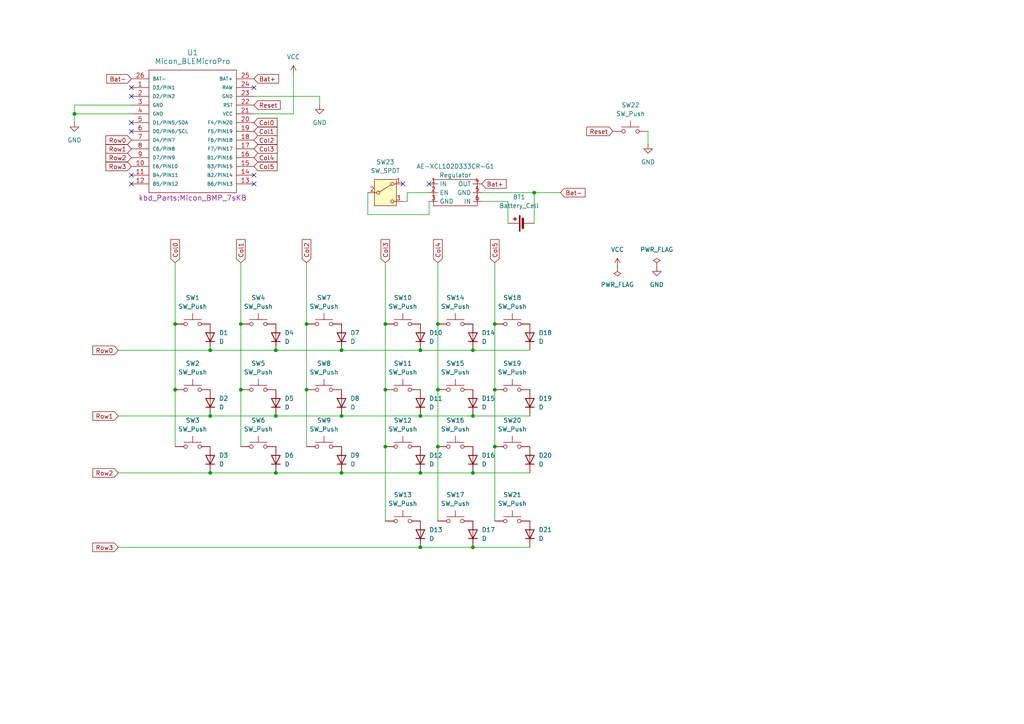
<source format=kicad_sch>
(kicad_sch (version 20250114) (generator "eeschema") (generator_version "9.0")
  (paper "A4")
  (lib_symbols
    (symbol "Device:Battery_Cell" (pin_numbers (hide yes)) (pin_names (offset 0) (hide yes))
      (property "Reference" "BT" (at 2.54 2.54 0))
      (property "Value" "Battery_Cell" (at 2.54 0 0))
      (symbol "Battery_Cell_0_1"
        (rectangle (start -2.286 1.778) (end 2.286 1.524) (fill (type outline)))
        (rectangle (start -1.524 1.016) (end 1.524 0.508) (fill (type outline)))
        (polyline (pts (xy 0 1.778) (xy 0 2.54)))
        (polyline (pts (xy 0 0.762) (xy 0 0)))
        (polyline (pts (xy 0.762 3.048) (xy 1.778 3.048)) (stroke (width 0.254)))
        (polyline (pts (xy 1.27 3.556) (xy 1.27 2.54)) (stroke (width 0.254)))
      )
      (symbol "Battery_Cell_1_1"
        (pin passive line (at 0 5.08 270) (length 2.54) (name "+") (number "1"))
        (pin passive line (at 0 -2.54 90) (length 2.54) (name "-") (number "2"))
      )
    )
    (symbol "Device:D" (pin_numbers (hide yes)) (pin_names (offset 1.016) (hide yes))
      (property "Reference" "D" (at 0 2.54 0))
      (property "Value" "D" (at 0 -2.54 0))
      (symbol "D_0_1"
        (polyline (pts (xy -1.27 1.27) (xy -1.27 -1.27)) (stroke (width 0.254)))
        (polyline (pts (xy 1.27 1.27) (xy 1.27 -1.27) (xy -1.27 0) (xy 1.27 1.27)) (stroke (width 0.254)))
        (polyline (pts (xy 1.27 0) (xy -1.27 0)))
      )
      (symbol "D_1_1"
        (pin passive line (at -3.81 0 0) (length 2.54) (name "K") (number "1"))
        (pin passive line (at 3.81 0 180) (length 2.54) (name "A") (number "2"))
      )
    )
    (symbol "Salicylic_kbd:Micon_BLEMicroPro" (pin_names (offset 1.016))
      (property "Reference" "U" (at 0 26.67 0))
      (property "Value" "Micon_BLEMicroPro" (at 0 -13.97 0))
      (symbol "Micon_BLEMicroPro_0_1"
        (rectangle (start 12.7 24.13) (end -12.7 -11.43))
      )
      (symbol "Micon_BLEMicroPro_1_1"
        (pin input line (at -17.78 21.59 0) (length 5.08) (name "BAT-") (number "26"))
        (pin bidirectional line (at -17.78 19.05 0) (length 5.08) (name "D3/PIN1") (number "1"))
        (pin bidirectional line (at -17.78 16.51 0) (length 5.08) (name "D2/PIN2") (number "2"))
        (pin power_in line (at -17.78 13.97 0) (length 5.08) (name "GND") (number "3"))
        (pin power_in line (at -17.78 11.43 0) (length 5.08) (name "GND") (number "4"))
        (pin bidirectional line (at -17.78 8.89 0) (length 5.08) (name "D1/PIN5/SDA") (number "5"))
        (pin bidirectional line (at -17.78 6.35 0) (length 5.08) (name "D0/PIN6/SCL") (number "6"))
        (pin bidirectional line (at -17.78 3.81 0) (length 5.08) (name "D4/PIN7") (number "7"))
        (pin bidirectional line (at -17.78 1.27 0) (length 5.08) (name "C6/PIN8") (number "8"))
        (pin bidirectional line (at -17.78 -1.27 0) (length 5.08) (name "D7/PIN9") (number "9"))
        (pin bidirectional line (at -17.78 -3.81 0) (length 5.08) (name "E6/PIN10") (number "10"))
        (pin bidirectional line (at -17.78 -6.35 0) (length 5.08) (name "B4/PIN11") (number "11"))
        (pin bidirectional line (at -17.78 -8.89 0) (length 5.08) (name "B5/PIN12") (number "12"))
        (pin input line (at 17.78 21.59 180) (length 5.08) (name "BAT+") (number "25"))
        (pin power_out line (at 17.78 19.05 180) (length 5.08) (name "RAW") (number "24"))
        (pin power_in line (at 17.78 16.51 180) (length 5.08) (name "GND") (number "23"))
        (pin input line (at 17.78 13.97 180) (length 5.08) (name "RST") (number "22"))
        (pin power_in line (at 17.78 11.43 180) (length 5.08) (name "VCC") (number "21"))
        (pin bidirectional line (at 17.78 8.89 180) (length 5.08) (name "F4/PIN20") (number "20"))
        (pin bidirectional line (at 17.78 6.35 180) (length 5.08) (name "F5/PIN19") (number "19"))
        (pin bidirectional line (at 17.78 3.81 180) (length 5.08) (name "F6/PIN18") (number "18"))
        (pin bidirectional line (at 17.78 1.27 180) (length 5.08) (name "F7/PIN17") (number "17"))
        (pin bidirectional line (at 17.78 -1.27 180) (length 5.08) (name "B1/PIN16") (number "16"))
        (pin bidirectional line (at 17.78 -3.81 180) (length 5.08) (name "B3/PIN15") (number "15"))
        (pin bidirectional line (at 17.78 -6.35 180) (length 5.08) (name "B2/PIN14") (number "14"))
        (pin bidirectional line (at 17.78 -8.89 180) (length 5.08) (name "B6/PIN13") (number "13"))
      )
    )
    (symbol "Switch:SW_Push" (pin_numbers (hide yes)) (pin_names (offset 1.016) (hide yes))
      (property "Reference" "SW" (at 1.27 2.54 0))
      (property "Value" "SW_Push" (at 0 -1.524 0))
      (symbol "SW_Push_0_1"
        (circle (center -2.032 0) (radius 0.508))
        (polyline (pts (xy 0 1.27) (xy 0 3.048)))
        (circle (center 2.032 0) (radius 0.508))
        (polyline (pts (xy 2.54 1.27) (xy -2.54 1.27)))
        (pin passive line (at -5.08 0 0) (length 2.54) (name "1") (number "1"))
        (pin passive line (at 5.08 0 180) (length 2.54) (name "2") (number "2"))
      )
    )
    (symbol "Switch:SW_SPDT" (pin_names (offset 0) (hide yes))
      (property "Reference" "SW" (at 0 5.08 0))
      (property "Value" "SW_SPDT" (at 0 -5.08 0))
      (symbol "SW_SPDT_0_1"
        (circle (center -2.032 0) (radius 0.4572))
        (polyline (pts (xy -1.651 0.254) (xy 1.651 2.286)))
        (circle (center 2.032 2.54) (radius 0.4572))
        (circle (center 2.032 -2.54) (radius 0.4572))
      )
      (symbol "SW_SPDT_1_1"
        (rectangle (start -3.175 3.81) (end 3.175 -3.81) (fill (type background)))
        (pin passive line (at -5.08 0 0) (length 2.54) (name "B") (number "2"))
        (pin passive line (at 5.08 2.54 180) (length 2.54) (name "A") (number "1"))
        (pin passive line (at 5.08 -2.54 180) (length 2.54) (name "C") (number "3"))
      )
    )
    (symbol "kicad-lib:AE-XCL102D333CR-G"
      (property "Reference" "AE-XCL102D333CR-G" (at 0 3.81 0))
      (symbol "AE-XCL102D333CR-G_0_1"
        (rectangle (start -6.35 2.54) (end 6.35 -5.08))
      )
      (symbol "AE-XCL102D333CR-G_1_1"
        (pin power_in line (at -7.62 1.27 0) (length 2.54) (name "IN") (number "1"))
        (pin passive line (at -7.62 -1.27 0) (length 2.54) (name "EN") (number "2"))
        (pin passive line (at -7.62 -3.81 0) (length 2.54) (name "GND") (number "3"))
        (pin output line (at 7.62 1.27 180) (length 2.54) (name "OUT") (number "4"))
        (pin passive line (at 7.62 -1.27 180) (length 2.54) (name "GND") (number "5"))
        (pin input line (at 7.62 -3.81 180) (length 2.54) (name "IN") (number "6"))
      )
    )
    (symbol "power:GND" (power) (pin_numbers (hide yes)) (pin_names (offset 0) (hide yes))
      (property "Value" "GND" (at 0 -3.81 0))
      (symbol "GND_0_1"
        (polyline (pts (xy 0 0) (xy 0 -1.27) (xy 1.27 -1.27) (xy 0 -2.54) (xy -1.27 -1.27) (xy 0 -1.27)))
      )
      (symbol "GND_1_1"
        (pin power_in line (at 0 0 270) (length 0) (name "~") (number "1"))
      )
    )
    (symbol "power:PWR_FLAG" (power) (pin_numbers (hide yes)) (pin_names (offset 0) (hide yes))
      (property "Value" "PWR_FLAG" (at 0 3.81 0))
      (symbol "PWR_FLAG_0_0"
        (pin power_out line (at 0 0 90) (length 0) (name "~") (number "1"))
      )
      (symbol "PWR_FLAG_0_1"
        (polyline (pts (xy 0 0) (xy 0 1.27) (xy -1.016 1.905) (xy 0 2.54) (xy 1.016 1.905) (xy 0 1.27)))
      )
    )
    (symbol "power:VCC" (power) (pin_numbers (hide yes)) (pin_names (offset 0) (hide yes))
      (property "Value" "VCC" (at 0 3.556 0))
      (symbol "VCC_0_1"
        (polyline (pts (xy -0.762 1.27) (xy 0 2.54)))
        (polyline (pts (xy 0 2.54) (xy 0.762 1.27)))
        (polyline (pts (xy 0 0) (xy 0 2.54)))
      )
      (symbol "VCC_1_1"
        (pin power_in line (at 0 0 90) (length 0) (name "~") (number "1"))
      )
    )
  )
  (junction (at 88.9 93.98))
  (junction (at 121.92 101.6))
  (junction (at 60.96 137.16))
  (junction (at 21.59 33.02))
  (junction (at 137.16 120.65))
  (junction (at 111.76 93.98))
  (junction (at 121.92 158.75))
  (junction (at 143.51 129.54))
  (junction (at 69.85 113.03))
  (junction (at 127 113.03))
  (junction (at 99.06 120.65))
  (junction (at 99.06 101.6))
  (junction (at 121.92 120.65))
  (junction (at 127 93.98))
  (junction (at 137.16 101.6))
  (junction (at 60.96 101.6))
  (junction (at 69.85 93.98))
  (junction (at 143.51 93.98))
  (junction (at 50.8 93.98))
  (junction (at 111.76 129.54))
  (junction (at 60.96 120.65))
  (junction (at 121.92 137.16))
  (junction (at 137.16 158.75))
  (junction (at 50.8 113.03))
  (junction (at 80.01 137.16))
  (junction (at 111.76 113.03))
  (junction (at 137.16 137.16))
  (junction (at 88.9 113.03))
  (junction (at 127 129.54))
  (junction (at 154.94 55.88))
  (junction (at 143.51 113.03))
  (junction (at 99.06 137.16))
  (junction (at 80.01 101.6))
  (junction (at 80.01 120.65))
  (no_connect (at 38.1 27.94))
  (no_connect (at 73.66 25.4))
  (no_connect (at 38.1 53.34))
  (no_connect (at 38.1 38.1))
  (no_connect (at 38.1 35.56))
  (no_connect (at 73.66 50.8))
  (no_connect (at 73.66 53.34))
  (no_connect (at 116.84 53.34))
  (no_connect (at 124.46 53.34))
  (no_connect (at 38.1 25.4))
  (no_connect (at 38.1 50.8))
  (wire (pts (xy 121.92 101.6) (xy 137.16 101.6)))
  (wire (pts (xy 111.76 93.98) (xy 111.76 113.03)))
  (wire (pts (xy 73.66 27.94) (xy 92.71 27.94)))
  (wire (pts (xy 80.01 120.65) (xy 99.06 120.65)))
  (wire (pts (xy 111.76 113.03) (xy 111.76 129.54)))
  (wire (pts (xy 88.9 93.98) (xy 88.9 113.03)))
  (wire (pts (xy 88.9 76.2) (xy 88.9 93.98)))
  (wire (pts (xy 143.51 76.2) (xy 143.51 93.98)))
  (wire (pts (xy 34.29 137.16) (xy 60.96 137.16)))
  (wire (pts (xy 50.8 113.03) (xy 50.8 129.54)))
  (wire (pts (xy 121.92 158.75) (xy 137.16 158.75)))
  (wire (pts (xy 69.85 76.2) (xy 69.85 93.98)))
  (wire (pts (xy 73.66 33.02) (xy 85.09 33.02)))
  (wire (pts (xy 137.16 137.16) (xy 153.67 137.16)))
  (wire (pts (xy 147.32 64.77) (xy 147.32 58.42)))
  (wire (pts (xy 187.96 38.1) (xy 187.96 41.91)))
  (wire (pts (xy 121.92 137.16) (xy 137.16 137.16)))
  (wire (pts (xy 21.59 33.02) (xy 21.59 35.56)))
  (wire (pts (xy 34.29 158.75) (xy 121.92 158.75)))
  (wire (pts (xy 121.92 120.65) (xy 137.16 120.65)))
  (wire (pts (xy 143.51 113.03) (xy 143.51 129.54)))
  (wire (pts (xy 92.71 27.94) (xy 92.71 30.48)))
  (wire (pts (xy 34.29 101.6) (xy 60.96 101.6)))
  (wire (pts (xy 118.11 55.88) (xy 124.46 55.88)))
  (wire (pts (xy 80.01 101.6) (xy 99.06 101.6)))
  (wire (pts (xy 143.51 129.54) (xy 143.51 151.13)))
  (wire (pts (xy 147.32 58.42) (xy 139.7 58.42)))
  (wire (pts (xy 127 129.54) (xy 127 151.13)))
  (wire (pts (xy 137.16 101.6) (xy 153.67 101.6)))
  (wire (pts (xy 106.68 62.23) (xy 124.46 62.23)))
  (wire (pts (xy 60.96 120.65) (xy 80.01 120.65)))
  (wire (pts (xy 88.9 113.03) (xy 88.9 129.54)))
  (wire (pts (xy 154.94 55.88) (xy 154.94 64.77)))
  (wire (pts (xy 38.1 30.48) (xy 21.59 30.48)))
  (wire (pts (xy 50.8 76.2) (xy 50.8 93.98)))
  (wire (pts (xy 137.16 120.65) (xy 153.67 120.65)))
  (wire (pts (xy 111.76 129.54) (xy 111.76 151.13)))
  (wire (pts (xy 69.85 113.03) (xy 69.85 129.54)))
  (wire (pts (xy 127 93.98) (xy 127 113.03)))
  (wire (pts (xy 85.09 21.59) (xy 85.09 33.02)))
  (wire (pts (xy 99.06 101.6) (xy 121.92 101.6)))
  (wire (pts (xy 50.8 93.98) (xy 50.8 113.03)))
  (wire (pts (xy 34.29 120.65) (xy 60.96 120.65)))
  (wire (pts (xy 99.06 120.65) (xy 121.92 120.65)))
  (wire (pts (xy 21.59 30.48) (xy 21.59 33.02)))
  (wire (pts (xy 143.51 93.98) (xy 143.51 113.03)))
  (wire (pts (xy 38.1 33.02) (xy 21.59 33.02)))
  (wire (pts (xy 127 76.2) (xy 127 93.98)))
  (wire (pts (xy 111.76 76.2) (xy 111.76 93.98)))
  (wire (pts (xy 60.96 101.6) (xy 80.01 101.6)))
  (wire (pts (xy 106.68 55.88) (xy 106.68 62.23)))
  (wire (pts (xy 154.94 55.88) (xy 162.56 55.88)))
  (wire (pts (xy 118.11 58.42) (xy 118.11 55.88)))
  (wire (pts (xy 99.06 137.16) (xy 121.92 137.16)))
  (wire (pts (xy 124.46 58.42) (xy 124.46 62.23)))
  (wire (pts (xy 137.16 158.75) (xy 153.67 158.75)))
  (wire (pts (xy 69.85 93.98) (xy 69.85 113.03)))
  (wire (pts (xy 118.11 58.42) (xy 116.84 58.42)))
  (wire (pts (xy 60.96 137.16) (xy 80.01 137.16)))
  (wire (pts (xy 127 113.03) (xy 127 129.54)))
  (wire (pts (xy 80.01 137.16) (xy 99.06 137.16)))
  (wire (pts (xy 139.7 55.88) (xy 154.94 55.88)))
  (global_label "Bat+" (shape input) (at 73.66 22.86 0) (property "Intersheetrefs" "${INTERSHEET_REFS}" (effects (hide yes))))
  (global_label "Col4" (shape input) (at 127 76.2 90) (property "Intersheetrefs" "${INTERSHEET_REFS}" (effects (hide yes))))
  (global_label "Row3" (shape input) (at 38.1 48.26 180) (property "Intersheetrefs" "${INTERSHEET_REFS}" (effects (hide yes))))
  (global_label "Reset" (shape input) (at 73.66 30.48 0) (property "Intersheetrefs" "${INTERSHEET_REFS}" (effects (hide yes))))
  (global_label "Bat-" (shape input) (at 38.1 22.86 180) (property "Intersheetrefs" "${INTERSHEET_REFS}" (effects (hide yes))))
  (global_label "Reset" (shape input) (at 177.8 38.1 180) (property "Intersheetrefs" "${INTERSHEET_REFS}" (effects (hide yes))))
  (global_label "Row1" (shape input) (at 34.29 120.65 180) (property "Intersheetrefs" "${INTERSHEET_REFS}" (effects (hide yes))))
  (global_label "Col2" (shape input) (at 88.9 76.2 90) (property "Intersheetrefs" "${INTERSHEET_REFS}" (effects (hide yes))))
  (global_label "Col0" (shape input) (at 73.66 35.56 0) (property "Intersheetrefs" "${INTERSHEET_REFS}" (effects (hide yes))))
  (global_label "Row2" (shape input) (at 38.1 45.72 180) (property "Intersheetrefs" "${INTERSHEET_REFS}" (effects (hide yes))))
  (global_label "Col2" (shape input) (at 73.66 40.64 0) (property "Intersheetrefs" "${INTERSHEET_REFS}" (effects (hide yes))))
  (global_label "Col1" (shape input) (at 69.85 76.2 90) (property "Intersheetrefs" "${INTERSHEET_REFS}" (effects (hide yes))))
  (global_label "Col0" (shape input) (at 50.8 76.2 90) (property "Intersheetrefs" "${INTERSHEET_REFS}" (effects (hide yes))))
  (global_label "Col3" (shape input) (at 111.76 76.2 90) (property "Intersheetrefs" "${INTERSHEET_REFS}" (effects (hide yes))))
  (global_label "Row1" (shape input) (at 38.1 43.18 180) (property "Intersheetrefs" "${INTERSHEET_REFS}" (effects (hide yes))))
  (global_label "Row2" (shape input) (at 34.29 137.16 180) (property "Intersheetrefs" "${INTERSHEET_REFS}" (effects (hide yes))))
  (global_label "Col5" (shape input) (at 143.51 76.2 90) (property "Intersheetrefs" "${INTERSHEET_REFS}" (effects (hide yes))))
  (global_label "Col5" (shape input) (at 73.66 48.26 0) (property "Intersheetrefs" "${INTERSHEET_REFS}" (effects (hide yes))))
  (global_label "Bat-" (shape input) (at 162.56 55.88 0) (property "Intersheetrefs" "${INTERSHEET_REFS}" (effects (hide yes))))
  (global_label "Row0" (shape input) (at 34.29 101.6 180) (property "Intersheetrefs" "${INTERSHEET_REFS}" (effects (hide yes))))
  (global_label "Col4" (shape input) (at 73.66 45.72 0) (property "Intersheetrefs" "${INTERSHEET_REFS}" (effects (hide yes))))
  (global_label "Row3" (shape input) (at 34.29 158.75 180) (property "Intersheetrefs" "${INTERSHEET_REFS}" (effects (hide yes))))
  (global_label "Row0" (shape input) (at 38.1 40.64 180) (property "Intersheetrefs" "${INTERSHEET_REFS}" (effects (hide yes))))
  (global_label "Col1" (shape input) (at 73.66 38.1 0) (property "Intersheetrefs" "${INTERSHEET_REFS}" (effects (hide yes))))
  (global_label "Col3" (shape input) (at 73.66 43.18 0) (property "Intersheetrefs" "${INTERSHEET_REFS}" (effects (hide yes))))
  (global_label "Bat+" (shape input) (at 139.7 53.34 0) (property "Intersheetrefs" "${INTERSHEET_REFS}" (effects (hide yes))))
  (symbol (lib_id "Switch:SW_Push") (at 116.84 151.13 0) (unit 1)
    (property "Reference" "SW13" (at 116.84 143.51 0))
    (property "Value" "SW_Push" (at 116.84 146.05 0))
    (property "Footprint" "kbd_SW:Choc_v2_Hotswap_1u_16.5" (effects (hide yes)))
    (property "Description" "Push button switch, generic, two pins" (effects (hide yes)))
  )
  (symbol (lib_id "power:VCC") (at 179.07 77.47 0) (unit 1)
    (property "Reference" "#PWR04" (effects (hide yes)))
    (property "Value" "VCC" (at 179.07 72.39 0))
    (property "Description" "Power symbol creates a global label with name \"VCC\"" (effects (hide yes)))
  )
  (symbol (lib_id "Switch:SW_Push") (at 148.59 129.54 0) (unit 1)
    (property "Reference" "SW20" (at 148.59 121.92 0))
    (property "Value" "SW_Push" (at 148.59 124.46 0))
    (property "Footprint" "kbd_SW:Choc_v2_Hotswap_1u_16.5" (effects (hide yes)))
    (property "Description" "Push button switch, generic, two pins" (effects (hide yes)))
  )
  (symbol (lib_id "Switch:SW_Push") (at 93.98 129.54 0) (unit 1)
    (property "Reference" "SW9" (at 93.98 121.92 0))
    (property "Value" "SW_Push" (at 93.98 124.46 0))
    (property "Footprint" "kbd_SW:Choc_v2_Hotswap_1u_16.5" (effects (hide yes)))
    (property "Description" "Push button switch, generic, two pins" (effects (hide yes)))
  )
  (symbol (lib_id "Device:D") (at 153.67 97.79 90) (unit 1)
    (property "Reference" "D18" (at 156.21 96.5199 90) (effects (justify right)))
    (property "Value" "D" (at 156.21 99.0599 90) (effects (justify right)))
    (property "Footprint" "kbd_Parts:Diode_TH_SMD" (effects (hide yes)))
    (property "Description" "Diode" (effects (hide yes)))
    (property "Sim.Device" "D" (effects (hide yes)))
    (property "Sim.Pins" "1=K 2=A" (effects (hide yes)))
  )
  (symbol (lib_id "Switch:SW_Push") (at 182.88 38.1 0) (unit 1)
    (property "Reference" "SW22" (at 182.88 30.48 0))
    (property "Value" "SW_Push" (at 182.88 33.02 0))
    (property "Footprint" "kbd_Parts:ResetSW" (effects (hide yes)))
    (property "Description" "Push button switch, generic, two pins" (effects (hide yes)))
  )
  (symbol (lib_id "kicad-lib:AE-XCL102D333CR-G") (at 132.08 54.61 0) (unit 1)
    (property "Reference" "AE-XCL102D333CR-G1" (at 132.08 48.26 0))
    (property "Value" "Regulator" (at 132.08 50.8 0))
    (property "Footprint" "kicad-lib:AE-XCL102D333CR-G" (effects (hide yes)))
  )
  (symbol (lib_id "Switch:SW_Push") (at 116.84 129.54 0) (unit 1)
    (property "Reference" "SW12" (at 116.84 121.92 0))
    (property "Value" "SW_Push" (at 116.84 124.46 0))
    (property "Footprint" "kbd_SW:Choc_v2_Hotswap_1u_16.5" (effects (hide yes)))
    (property "Description" "Push button switch, generic, two pins" (effects (hide yes)))
  )
  (symbol (lib_id "Switch:SW_Push") (at 116.84 113.03 0) (unit 1)
    (property "Reference" "SW11" (at 116.84 105.41 0))
    (property "Value" "SW_Push" (at 116.84 107.95 0))
    (property "Footprint" "kbd_SW:Choc_v2_Hotswap_1u_16.5" (effects (hide yes)))
    (property "Description" "Push button switch, generic, two pins" (effects (hide yes)))
  )
  (symbol (lib_id "Salicylic_kbd:Micon_BLEMicroPro") (at 55.88 44.45 0) (unit 1)
    (property "Reference" "U1" (at 55.88 15.24 0) (effects (font (size 1.524 1.524))))
    (property "Value" "Micon_BLEMicroPro" (at 55.88 17.78 0) (effects (font (size 1.524 1.524))))
    (property "Footprint" "kbd_Parts:Micon_BMP_7sKB" (at 55.88 57.404 0) (effects (font (size 1.524 1.524))))
  )
  (symbol (lib_id "power:VCC") (at 85.09 21.59 0) (unit 1)
    (property "Reference" "#PWR02" (effects (hide yes)))
    (property "Value" "VCC" (at 85.09 16.51 0))
    (property "Description" "Power symbol creates a global label with name \"VCC\"" (effects (hide yes)))
  )
  (symbol (lib_id "Device:D") (at 121.92 97.79 90) (unit 1)
    (property "Reference" "D10" (at 124.46 96.5199 90) (effects (justify right)))
    (property "Value" "D" (at 124.46 99.0599 90) (effects (justify right)))
    (property "Footprint" "kbd_Parts:Diode_TH_SMD" (effects (hide yes)))
    (property "Description" "Diode" (effects (hide yes)))
    (property "Sim.Device" "D" (effects (hide yes)))
    (property "Sim.Pins" "1=K 2=A" (effects (hide yes)))
  )
  (symbol (lib_id "power:GND") (at 190.5 77.47 0) (unit 1)
    (property "Reference" "#PWR06" (effects (hide yes)))
    (property "Value" "GND" (at 190.5 82.55 0))
    (property "Description" "Power symbol creates a global label with name \"GND\" , ground" (effects (hide yes)))
  )
  (symbol (lib_id "Switch:SW_Push") (at 148.59 151.13 0) (unit 1)
    (property "Reference" "SW21" (at 148.59 143.51 0))
    (property "Value" "SW_Push" (at 148.59 146.05 0))
    (property "Footprint" "kbd_SW:Choc_v2_Hotswap_1u_16.5" (effects (hide yes)))
    (property "Description" "Push button switch, generic, two pins" (effects (hide yes)))
  )
  (symbol (lib_id "Switch:SW_Push") (at 55.88 129.54 0) (unit 1)
    (property "Reference" "SW3" (at 55.88 121.92 0))
    (property "Value" "SW_Push" (at 55.88 124.46 0))
    (property "Footprint" "kbd_SW:Choc_v2_Hotswap_1u_16.5" (effects (hide yes)))
    (property "Description" "Push button switch, generic, two pins" (effects (hide yes)))
  )
  (symbol (lib_id "Device:D") (at 137.16 154.94 90) (unit 1)
    (property "Reference" "D17" (at 139.7 153.6699 90) (effects (justify right)))
    (property "Value" "D" (at 139.7 156.2099 90) (effects (justify right)))
    (property "Footprint" "kbd_Parts:Diode_TH_SMD" (effects (hide yes)))
    (property "Description" "Diode" (effects (hide yes)))
    (property "Sim.Device" "D" (effects (hide yes)))
    (property "Sim.Pins" "1=K 2=A" (effects (hide yes)))
  )
  (symbol (lib_id "Device:D") (at 153.67 116.84 90) (unit 1)
    (property "Reference" "D19" (at 156.21 115.5699 90) (effects (justify right)))
    (property "Value" "D" (at 156.21 118.1099 90) (effects (justify right)))
    (property "Footprint" "kbd_Parts:Diode_TH_SMD" (effects (hide yes)))
    (property "Description" "Diode" (effects (hide yes)))
    (property "Sim.Device" "D" (effects (hide yes)))
    (property "Sim.Pins" "1=K 2=A" (effects (hide yes)))
  )
  (symbol (lib_id "Device:D") (at 60.96 116.84 90) (unit 1)
    (property "Reference" "D2" (at 63.5 115.5699 90) (effects (justify right)))
    (property "Value" "D" (at 63.5 118.1099 90) (effects (justify right)))
    (property "Footprint" "kbd_Parts:Diode_TH_SMD" (effects (hide yes)))
    (property "Description" "Diode" (effects (hide yes)))
    (property "Sim.Device" "D" (effects (hide yes)))
    (property "Sim.Pins" "1=K 2=A" (effects (hide yes)))
  )
  (symbol (lib_id "Device:D") (at 137.16 133.35 90) (unit 1)
    (property "Reference" "D16" (at 139.7 132.0799 90) (effects (justify right)))
    (property "Value" "D" (at 139.7 134.6199 90) (effects (justify right)))
    (property "Footprint" "kbd_Parts:Diode_TH_SMD" (effects (hide yes)))
    (property "Description" "Diode" (effects (hide yes)))
    (property "Sim.Device" "D" (effects (hide yes)))
    (property "Sim.Pins" "1=K 2=A" (effects (hide yes)))
  )
  (symbol (lib_id "Device:D") (at 121.92 154.94 90) (unit 1)
    (property "Reference" "D13" (at 124.46 153.6699 90) (effects (justify right)))
    (property "Value" "D" (at 124.46 156.2099 90) (effects (justify right)))
    (property "Footprint" "kbd_Parts:Diode_TH_SMD" (effects (hide yes)))
    (property "Description" "Diode" (effects (hide yes)))
    (property "Sim.Device" "D" (effects (hide yes)))
    (property "Sim.Pins" "1=K 2=A" (effects (hide yes)))
  )
  (symbol (lib_id "Device:D") (at 99.06 133.35 90) (unit 1)
    (property "Reference" "D9" (at 101.6 132.0799 90) (effects (justify right)))
    (property "Value" "D" (at 101.6 134.6199 90) (effects (justify right)))
    (property "Footprint" "kbd_Parts:Diode_TH_SMD" (effects (hide yes)))
    (property "Description" "Diode" (effects (hide yes)))
    (property "Sim.Device" "D" (effects (hide yes)))
    (property "Sim.Pins" "1=K 2=A" (effects (hide yes)))
  )
  (symbol (lib_id "Device:D") (at 99.06 97.79 90) (unit 1)
    (property "Reference" "D7" (at 101.6 96.5199 90) (effects (justify right)))
    (property "Value" "D" (at 101.6 99.0599 90) (effects (justify right)))
    (property "Footprint" "kbd_Parts:Diode_TH_SMD" (effects (hide yes)))
    (property "Description" "Diode" (effects (hide yes)))
    (property "Sim.Device" "D" (effects (hide yes)))
    (property "Sim.Pins" "1=K 2=A" (effects (hide yes)))
  )
  (symbol (lib_id "Switch:SW_Push") (at 55.88 93.98 0) (unit 1)
    (property "Reference" "SW1" (at 55.88 86.36 0))
    (property "Value" "SW_Push" (at 55.88 88.9 0))
    (property "Footprint" "kbd_SW:Choc_v2_Hotswap_1u_16.5" (effects (hide yes)))
    (property "Description" "Push button switch, generic, two pins" (effects (hide yes)))
  )
  (symbol (lib_id "Device:D") (at 137.16 116.84 90) (unit 1)
    (property "Reference" "D15" (at 139.7 115.5699 90) (effects (justify right)))
    (property "Value" "D" (at 139.7 118.1099 90) (effects (justify right)))
    (property "Footprint" "kbd_Parts:Diode_TH_SMD" (effects (hide yes)))
    (property "Description" "Diode" (effects (hide yes)))
    (property "Sim.Device" "D" (effects (hide yes)))
    (property "Sim.Pins" "1=K 2=A" (effects (hide yes)))
  )
  (symbol (lib_id "Device:D") (at 153.67 154.94 90) (unit 1)
    (property "Reference" "D21" (at 156.21 153.6699 90) (effects (justify right)))
    (property "Value" "D" (at 156.21 156.2099 90) (effects (justify right)))
    (property "Footprint" "kbd_Parts:Diode_TH_SMD" (effects (hide yes)))
    (property "Description" "Diode" (effects (hide yes)))
    (property "Sim.Device" "D" (effects (hide yes)))
    (property "Sim.Pins" "1=K 2=A" (effects (hide yes)))
  )
  (symbol (lib_id "Device:D") (at 80.01 133.35 90) (unit 1)
    (property "Reference" "D6" (at 82.55 132.0799 90) (effects (justify right)))
    (property "Value" "D" (at 82.55 134.6199 90) (effects (justify right)))
    (property "Footprint" "kbd_Parts:Diode_TH_SMD" (effects (hide yes)))
    (property "Description" "Diode" (effects (hide yes)))
    (property "Sim.Device" "D" (effects (hide yes)))
    (property "Sim.Pins" "1=K 2=A" (effects (hide yes)))
  )
  (symbol (lib_id "power:GND") (at 92.71 30.48 0) (unit 1)
    (property "Reference" "#PWR03" (effects (hide yes)))
    (property "Value" "GND" (at 92.71 35.56 0))
    (property "Description" "Power symbol creates a global label with name \"GND\" , ground" (effects (hide yes)))
  )
  (symbol (lib_id "power:GND") (at 187.96 41.91 0) (unit 1)
    (property "Reference" "#PWR05" (effects (hide yes)))
    (property "Value" "GND" (at 187.96 46.99 0))
    (property "Description" "Power symbol creates a global label with name \"GND\" , ground" (effects (hide yes)))
  )
  (symbol (lib_id "Device:D") (at 121.92 133.35 90) (unit 1)
    (property "Reference" "D12" (at 124.46 132.0799 90) (effects (justify right)))
    (property "Value" "D" (at 124.46 134.6199 90) (effects (justify right)))
    (property "Footprint" "kbd_Parts:Diode_TH_SMD" (effects (hide yes)))
    (property "Description" "Diode" (effects (hide yes)))
    (property "Sim.Device" "D" (effects (hide yes)))
    (property "Sim.Pins" "1=K 2=A" (effects (hide yes)))
  )
  (symbol (lib_id "Switch:SW_Push") (at 74.93 93.98 0) (unit 1)
    (property "Reference" "SW4" (at 74.93 86.36 0))
    (property "Value" "SW_Push" (at 74.93 88.9 0))
    (property "Footprint" "kbd_SW:Choc_v2_Hotswap_1u_16.5" (effects (hide yes)))
    (property "Description" "Push button switch, generic, two pins" (effects (hide yes)))
  )
  (symbol (lib_id "Switch:SW_Push") (at 132.08 93.98 0) (unit 1)
    (property "Reference" "SW14" (at 132.08 86.36 0))
    (property "Value" "SW_Push" (at 132.08 88.9 0))
    (property "Footprint" "kbd_SW:Choc_v2_Hotswap_1u_16.5" (effects (hide yes)))
    (property "Description" "Push button switch, generic, two pins" (effects (hide yes)))
  )
  (symbol (lib_id "power:PWR_FLAG") (at 179.07 77.47 180) (unit 1)
    (property "Reference" "#FLG01" (effects (hide yes)))
    (property "Value" "PWR_FLAG" (at 179.07 82.55 0))
    (property "Description" "Special symbol for telling ERC where power comes from" (effects (hide yes)))
  )
  (symbol (lib_id "Switch:SW_Push") (at 132.08 151.13 0) (unit 1)
    (property "Reference" "SW17" (at 132.08 143.51 0))
    (property "Value" "SW_Push" (at 132.08 146.05 0))
    (property "Footprint" "kbd_SW:Choc_v2_Hotswap_1u_16.5" (effects (hide yes)))
    (property "Description" "Push button switch, generic, two pins" (effects (hide yes)))
  )
  (symbol (lib_id "power:GND") (at 21.59 35.56 0) (unit 1)
    (property "Reference" "#PWR01" (effects (hide yes)))
    (property "Value" "GND" (at 21.59 40.64 0))
    (property "Description" "Power symbol creates a global label with name \"GND\" , ground" (effects (hide yes)))
  )
  (symbol (lib_id "Switch:SW_Push") (at 93.98 93.98 0) (unit 1)
    (property "Reference" "SW7" (at 93.98 86.36 0))
    (property "Value" "SW_Push" (at 93.98 88.9 0))
    (property "Footprint" "kbd_SW:Choc_v2_Hotswap_1u_16.5" (effects (hide yes)))
    (property "Description" "Push button switch, generic, two pins" (effects (hide yes)))
  )
  (symbol (lib_id "Device:D") (at 60.96 97.79 90) (unit 1)
    (property "Reference" "D1" (at 63.5 96.5199 90) (effects (justify right)))
    (property "Value" "D" (at 63.5 99.0599 90) (effects (justify right)))
    (property "Footprint" "kbd_Parts:Diode_TH_SMD" (effects (hide yes)))
    (property "Description" "Diode" (effects (hide yes)))
    (property "Sim.Device" "D" (effects (hide yes)))
    (property "Sim.Pins" "1=K 2=A" (effects (hide yes)))
  )
  (symbol (lib_id "Switch:SW_Push") (at 148.59 113.03 0) (unit 1)
    (property "Reference" "SW19" (at 148.59 105.41 0))
    (property "Value" "SW_Push" (at 148.59 107.95 0))
    (property "Footprint" "kbd_SW:Choc_v2_Hotswap_1u_16.5" (effects (hide yes)))
    (property "Description" "Push button switch, generic, two pins" (effects (hide yes)))
  )
  (symbol (lib_id "Device:D") (at 121.92 116.84 90) (unit 1)
    (property "Reference" "D11" (at 124.46 115.5699 90) (effects (justify right)))
    (property "Value" "D" (at 124.46 118.1099 90) (effects (justify right)))
    (property "Footprint" "kbd_Parts:Diode_TH_SMD" (effects (hide yes)))
    (property "Description" "Diode" (effects (hide yes)))
    (property "Sim.Device" "D" (effects (hide yes)))
    (property "Sim.Pins" "1=K 2=A" (effects (hide yes)))
  )
  (symbol (lib_id "Switch:SW_Push") (at 55.88 113.03 0) (unit 1)
    (property "Reference" "SW2" (at 55.88 105.41 0))
    (property "Value" "SW_Push" (at 55.88 107.95 0))
    (property "Footprint" "kbd_SW:Choc_v2_Hotswap_1u_16.5" (effects (hide yes)))
    (property "Description" "Push button switch, generic, two pins" (effects (hide yes)))
  )
  (symbol (lib_id "Device:D") (at 60.96 133.35 90) (unit 1)
    (property "Reference" "D3" (at 63.5 132.0799 90) (effects (justify right)))
    (property "Value" "D" (at 63.5 134.6199 90) (effects (justify right)))
    (property "Footprint" "kbd_Parts:Diode_TH_SMD" (effects (hide yes)))
    (property "Description" "Diode" (effects (hide yes)))
    (property "Sim.Device" "D" (effects (hide yes)))
    (property "Sim.Pins" "1=K 2=A" (effects (hide yes)))
  )
  (symbol (lib_id "Switch:SW_Push") (at 74.93 129.54 0) (unit 1)
    (property "Reference" "SW6" (at 74.93 121.92 0))
    (property "Value" "SW_Push" (at 74.93 124.46 0))
    (property "Footprint" "kbd_SW:Choc_v2_Hotswap_1u_16.5" (effects (hide yes)))
    (property "Description" "Push button switch, generic, two pins" (effects (hide yes)))
  )
  (symbol (lib_id "Switch:SW_SPDT") (at 111.76 55.88 0) (unit 1)
    (property "Reference" "SW23" (at 111.76 46.99 0))
    (property "Value" "SW_SPDT" (at 111.76 49.53 0))
    (property "Footprint" "kbd_Parts:TGSW_MSK-12D19" (effects (hide yes)))
    (property "Description" "Switch, single pole double throw" (effects (hide yes)))
  )
  (symbol (lib_id "Switch:SW_Push") (at 74.93 113.03 0) (unit 1)
    (property "Reference" "SW5" (at 74.93 105.41 0))
    (property "Value" "SW_Push" (at 74.93 107.95 0))
    (property "Footprint" "kbd_SW:Choc_v2_Hotswap_1u_16.5" (effects (hide yes)))
    (property "Description" "Push button switch, generic, two pins" (effects (hide yes)))
  )
  (symbol (lib_id "Switch:SW_Push") (at 93.98 113.03 0) (unit 1)
    (property "Reference" "SW8" (at 93.98 105.41 0))
    (property "Value" "SW_Push" (at 93.98 107.95 0))
    (property "Footprint" "kbd_SW:Choc_v2_Hotswap_1u_16.5" (effects (hide yes)))
    (property "Description" "Push button switch, generic, two pins" (effects (hide yes)))
  )
  (symbol (lib_id "Switch:SW_Push") (at 132.08 113.03 0) (unit 1)
    (property "Reference" "SW15" (at 132.08 105.41 0))
    (property "Value" "SW_Push" (at 132.08 107.95 0))
    (property "Footprint" "kbd_SW:Choc_v2_Hotswap_1u_16.5" (effects (hide yes)))
    (property "Description" "Push button switch, generic, two pins" (effects (hide yes)))
  )
  (symbol (lib_id "Device:D") (at 137.16 97.79 90) (unit 1)
    (property "Reference" "D14" (at 139.7 96.5199 90) (effects (justify right)))
    (property "Value" "D" (at 139.7 99.0599 90) (effects (justify right)))
    (property "Footprint" "kbd_Parts:Diode_TH_SMD" (effects (hide yes)))
    (property "Description" "Diode" (effects (hide yes)))
    (property "Sim.Device" "D" (effects (hide yes)))
    (property "Sim.Pins" "1=K 2=A" (effects (hide yes)))
  )
  (symbol (lib_id "Device:Battery_Cell") (at 152.4 64.77 90) (unit 1)
    (property "Reference" "BT1" (at 150.5585 57.15 90))
    (property "Value" "Battery_Cell" (at 150.5585 59.69 90))
    (property "Footprint" "kbd_Parts:Battery_AAA" (effects (hide yes)))
    (property "Description" "Single-cell battery" (effects (hide yes)))
  )
  (symbol (lib_id "Device:D") (at 153.67 133.35 90) (unit 1)
    (property "Reference" "D20" (at 156.21 132.0799 90) (effects (justify right)))
    (property "Value" "D" (at 156.21 134.6199 90) (effects (justify right)))
    (property "Footprint" "kbd_Parts:Diode_TH_SMD" (effects (hide yes)))
    (property "Description" "Diode" (effects (hide yes)))
    (property "Sim.Device" "D" (effects (hide yes)))
    (property "Sim.Pins" "1=K 2=A" (effects (hide yes)))
  )
  (symbol (lib_id "power:PWR_FLAG") (at 190.5 77.47 0) (unit 1)
    (property "Reference" "#FLG02" (effects (hide yes)))
    (property "Value" "PWR_FLAG" (at 190.5 72.39 0))
    (property "Description" "Special symbol for telling ERC where power comes from" (effects (hide yes)))
  )
  (symbol (lib_id "Switch:SW_Push") (at 132.08 129.54 0) (unit 1)
    (property "Reference" "SW16" (at 132.08 121.92 0))
    (property "Value" "SW_Push" (at 132.08 124.46 0))
    (property "Footprint" "kbd_SW:Choc_v2_Hotswap_1u_16.5" (effects (hide yes)))
    (property "Description" "Push button switch, generic, two pins" (effects (hide yes)))
  )
  (symbol (lib_id "Device:D") (at 80.01 97.79 90) (unit 1)
    (property "Reference" "D4" (at 82.55 96.5199 90) (effects (justify right)))
    (property "Value" "D" (at 82.55 99.0599 90) (effects (justify right)))
    (property "Footprint" "kbd_Parts:Diode_TH_SMD" (effects (hide yes)))
    (property "Description" "Diode" (effects (hide yes)))
    (property "Sim.Device" "D" (effects (hide yes)))
    (property "Sim.Pins" "1=K 2=A" (effects (hide yes)))
  )
  (symbol (lib_id "Switch:SW_Push") (at 148.59 93.98 0) (unit 1)
    (property "Reference" "SW18" (at 148.59 86.36 0))
    (property "Value" "SW_Push" (at 148.59 88.9 0))
    (property "Footprint" "kbd_SW:Choc_v2_Hotswap_1u_16.5" (effects (hide yes)))
    (property "Description" "Push button switch, generic, two pins" (effects (hide yes)))
  )
  (symbol (lib_id "Device:D") (at 99.06 116.84 90) (unit 1)
    (property "Reference" "D8" (at 101.6 115.5699 90) (effects (justify right)))
    (property "Value" "D" (at 101.6 118.1099 90) (effects (justify right)))
    (property "Footprint" "kbd_Parts:Diode_TH_SMD" (effects (hide yes)))
    (property "Description" "Diode" (effects (hide yes)))
    (property "Sim.Device" "D" (effects (hide yes)))
    (property "Sim.Pins" "1=K 2=A" (effects (hide yes)))
  )
  (symbol (lib_id "Device:D") (at 80.01 116.84 90) (unit 1)
    (property "Reference" "D5" (at 82.55 115.5699 90) (effects (justify right)))
    (property "Value" "D" (at 82.55 118.1099 90) (effects (justify right)))
    (property "Footprint" "kbd_Parts:Diode_TH_SMD" (effects (hide yes)))
    (property "Description" "Diode" (effects (hide yes)))
    (property "Sim.Device" "D" (effects (hide yes)))
    (property "Sim.Pins" "1=K 2=A" (effects (hide yes)))
  )
  (symbol (lib_id "Switch:SW_Push") (at 116.84 93.98 0) (unit 1)
    (property "Reference" "SW10" (at 116.84 86.36 0))
    (property "Value" "SW_Push" (at 116.84 88.9 0))
    (property "Footprint" "kbd_SW:Choc_v2_Hotswap_1u_16.5" (effects (hide yes)))
    (property "Description" "Push button switch, generic, two pins" (effects (hide yes)))
  )
)
</source>
